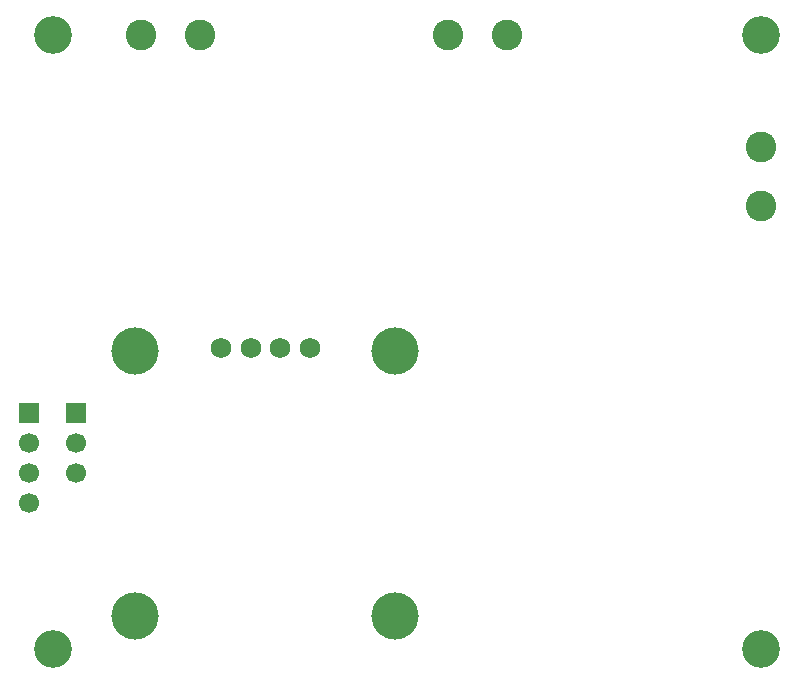
<source format=gbs>
G04 #@! TF.GenerationSoftware,KiCad,Pcbnew,9.0.1*
G04 #@! TF.CreationDate,2025-05-08T09:38:56+02:00*
G04 #@! TF.ProjectId,bidirectional-tester,62696469-7265-4637-9469-6f6e616c2d74,rev?*
G04 #@! TF.SameCoordinates,Original*
G04 #@! TF.FileFunction,Soldermask,Bot*
G04 #@! TF.FilePolarity,Negative*
%FSLAX46Y46*%
G04 Gerber Fmt 4.6, Leading zero omitted, Abs format (unit mm)*
G04 Created by KiCad (PCBNEW 9.0.1) date 2025-05-08 09:38:56*
%MOMM*%
%LPD*%
G01*
G04 APERTURE LIST*
%ADD10C,2.600000*%
%ADD11C,4.000000*%
%ADD12C,1.750000*%
%ADD13C,3.200000*%
%ADD14R,1.700000X1.700000*%
%ADD15C,1.700000*%
G04 APERTURE END LIST*
D10*
X77500000Y-74000000D03*
X82500000Y-74000000D03*
D11*
X77000000Y-100750000D03*
X77000000Y-123250000D03*
D12*
X84250000Y-100500000D03*
D11*
X99000000Y-100750000D03*
X99000000Y-123250000D03*
D12*
X86750000Y-100500000D03*
X89250000Y-100500000D03*
X91750000Y-100500000D03*
D13*
X70000000Y-74000000D03*
D14*
X68000000Y-106000000D03*
D15*
X68000000Y-108540000D03*
X68000000Y-111080000D03*
X68000000Y-113620000D03*
D10*
X103500000Y-74000000D03*
X108500000Y-74000000D03*
D13*
X130000000Y-74000000D03*
X70000000Y-126000000D03*
D10*
X130000000Y-83500000D03*
X130000000Y-88500000D03*
D13*
X130000000Y-126000000D03*
D14*
X72000000Y-106000000D03*
D15*
X72000000Y-108540000D03*
X72000000Y-111080000D03*
M02*

</source>
